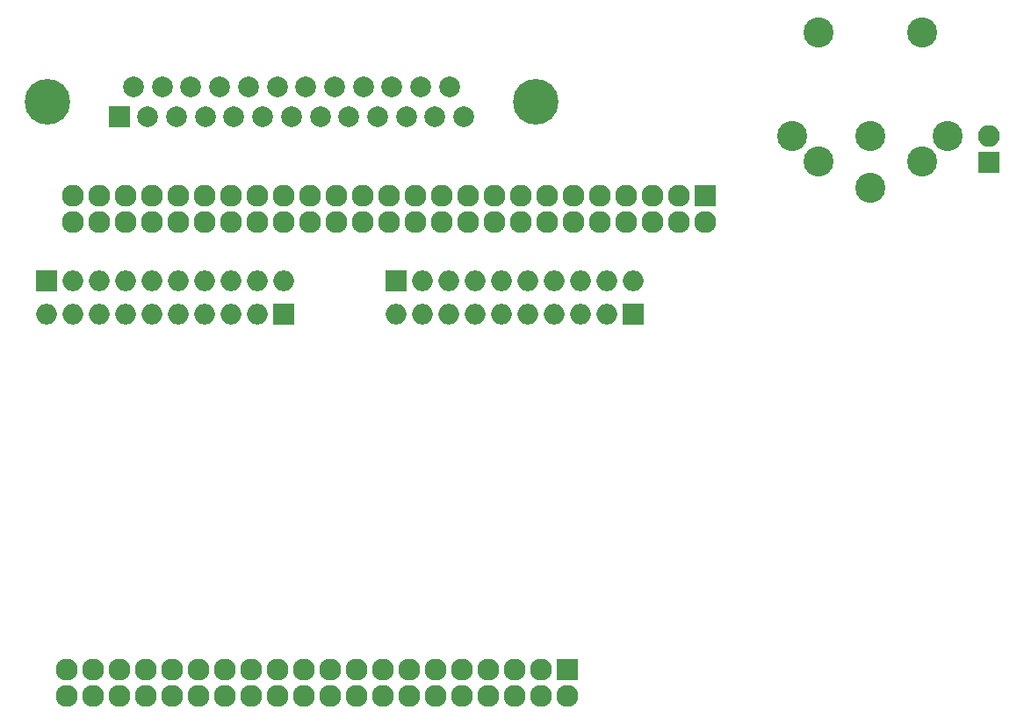
<source format=gbr>
G04 #@! TF.GenerationSoftware,KiCad,Pcbnew,(5.0.0)*
G04 #@! TF.CreationDate,2018-10-09T09:06:12+02:00*
G04 #@! TF.ProjectId,LiberPlayer,4C69626572506C617965722E6B696361,1.0*
G04 #@! TF.SameCoordinates,Original*
G04 #@! TF.FileFunction,Soldermask,Bot*
G04 #@! TF.FilePolarity,Negative*
%FSLAX46Y46*%
G04 Gerber Fmt 4.6, Leading zero omitted, Abs format (unit mm)*
G04 Created by KiCad (PCBNEW (5.0.0)) date 10/09/18 09:06:12*
%MOMM*%
%LPD*%
G01*
G04 APERTURE LIST*
%ADD10C,2.900000*%
%ADD11R,2.100000X2.100000*%
%ADD12O,2.100000X2.100000*%
%ADD13R,2.127200X2.127200*%
%ADD14O,2.127200X2.127200*%
%ADD15R,2.000000X2.000000*%
%ADD16C,2.000000*%
%ADD17C,4.400000*%
%ADD18O,2.000000X2.000000*%
G04 APERTURE END LIST*
D10*
G04 #@! TO.C,J401*
X189785000Y-67430000D03*
X179785000Y-67430000D03*
X177285000Y-77430000D03*
X184785000Y-77430000D03*
X192285000Y-77430000D03*
X189785000Y-79930000D03*
X179785000Y-79930000D03*
X184785000Y-82430000D03*
G04 #@! TD*
D11*
G04 #@! TO.C,J402*
X196215000Y-80010000D03*
D12*
X196215000Y-77470000D03*
G04 #@! TD*
D13*
G04 #@! TO.C,J601*
X168910000Y-83185000D03*
D14*
X168910000Y-85725000D03*
X166370000Y-83185000D03*
X166370000Y-85725000D03*
X163830000Y-83185000D03*
X163830000Y-85725000D03*
X161290000Y-83185000D03*
X161290000Y-85725000D03*
X158750000Y-83185000D03*
X158750000Y-85725000D03*
X156210000Y-83185000D03*
X156210000Y-85725000D03*
X153670000Y-83185000D03*
X153670000Y-85725000D03*
X151130000Y-83185000D03*
X151130000Y-85725000D03*
X148590000Y-83185000D03*
X148590000Y-85725000D03*
X146050000Y-83185000D03*
X146050000Y-85725000D03*
X143510000Y-83185000D03*
X143510000Y-85725000D03*
X140970000Y-83185000D03*
X140970000Y-85725000D03*
X138430000Y-83185000D03*
X138430000Y-85725000D03*
X135890000Y-83185000D03*
X135890000Y-85725000D03*
X133350000Y-83185000D03*
X133350000Y-85725000D03*
X130810000Y-83185000D03*
X130810000Y-85725000D03*
X128270000Y-83185000D03*
X128270000Y-85725000D03*
X125730000Y-83185000D03*
X125730000Y-85725000D03*
X123190000Y-83185000D03*
X123190000Y-85725000D03*
X120650000Y-83185000D03*
X120650000Y-85725000D03*
X118110000Y-83185000D03*
X118110000Y-85725000D03*
X115570000Y-83185000D03*
X115570000Y-85725000D03*
X113030000Y-83185000D03*
X113030000Y-85725000D03*
X110490000Y-83185000D03*
X110490000Y-85725000D03*
X107950000Y-83185000D03*
X107950000Y-85725000D03*
G04 #@! TD*
D15*
G04 #@! TO.C,J701*
X112395000Y-75565000D03*
D16*
X115165000Y-75565000D03*
X117935000Y-75565000D03*
X120705000Y-75565000D03*
X123475000Y-75565000D03*
X126245000Y-75565000D03*
X129015000Y-75565000D03*
X131785000Y-75565000D03*
X134555000Y-75565000D03*
X137325000Y-75565000D03*
X140095000Y-75565000D03*
X142865000Y-75565000D03*
X145635000Y-75565000D03*
X113780000Y-72725000D03*
X116550000Y-72725000D03*
X119320000Y-72725000D03*
X122090000Y-72725000D03*
X124860000Y-72725000D03*
X127630000Y-72725000D03*
X130400000Y-72725000D03*
X133170000Y-72725000D03*
X135940000Y-72725000D03*
X138710000Y-72725000D03*
X141480000Y-72725000D03*
X144250000Y-72725000D03*
D17*
X152565000Y-74145000D03*
X105465000Y-74145000D03*
G04 #@! TD*
D13*
G04 #@! TO.C,JP101*
X155575000Y-128905000D03*
D14*
X155575000Y-131445000D03*
X153035000Y-128905000D03*
X153035000Y-131445000D03*
X150495000Y-128905000D03*
X150495000Y-131445000D03*
X147955000Y-128905000D03*
X147955000Y-131445000D03*
X145415000Y-128905000D03*
X145415000Y-131445000D03*
X142875000Y-128905000D03*
X142875000Y-131445000D03*
X140335000Y-128905000D03*
X140335000Y-131445000D03*
X137795000Y-128905000D03*
X137795000Y-131445000D03*
X135255000Y-128905000D03*
X135255000Y-131445000D03*
X132715000Y-128905000D03*
X132715000Y-131445000D03*
X130175000Y-128905000D03*
X130175000Y-131445000D03*
X127635000Y-128905000D03*
X127635000Y-131445000D03*
X125095000Y-128905000D03*
X125095000Y-131445000D03*
X122555000Y-128905000D03*
X122555000Y-131445000D03*
X120015000Y-128905000D03*
X120015000Y-131445000D03*
X117475000Y-128905000D03*
X117475000Y-131445000D03*
X114935000Y-128905000D03*
X114935000Y-131445000D03*
X112395000Y-128905000D03*
X112395000Y-131445000D03*
X109855000Y-128905000D03*
X109855000Y-131445000D03*
X107315000Y-128905000D03*
X107315000Y-131445000D03*
G04 #@! TD*
D18*
G04 #@! TO.C,RN601*
X139065000Y-94615000D03*
X141605000Y-94615000D03*
X144145000Y-94615000D03*
X146685000Y-94615000D03*
X149225000Y-94615000D03*
X151765000Y-94615000D03*
X154305000Y-94615000D03*
X156845000Y-94615000D03*
X159385000Y-94615000D03*
D15*
X161925000Y-94615000D03*
G04 #@! TD*
G04 #@! TO.C,RN602*
X139065000Y-91440000D03*
D18*
X141605000Y-91440000D03*
X144145000Y-91440000D03*
X146685000Y-91440000D03*
X149225000Y-91440000D03*
X151765000Y-91440000D03*
X154305000Y-91440000D03*
X156845000Y-91440000D03*
X159385000Y-91440000D03*
X161925000Y-91440000D03*
G04 #@! TD*
G04 #@! TO.C,RN603*
X105410000Y-94615000D03*
X107950000Y-94615000D03*
X110490000Y-94615000D03*
X113030000Y-94615000D03*
X115570000Y-94615000D03*
X118110000Y-94615000D03*
X120650000Y-94615000D03*
X123190000Y-94615000D03*
X125730000Y-94615000D03*
D15*
X128270000Y-94615000D03*
G04 #@! TD*
G04 #@! TO.C,RN604*
X105410000Y-91440000D03*
D18*
X107950000Y-91440000D03*
X110490000Y-91440000D03*
X113030000Y-91440000D03*
X115570000Y-91440000D03*
X118110000Y-91440000D03*
X120650000Y-91440000D03*
X123190000Y-91440000D03*
X125730000Y-91440000D03*
X128270000Y-91440000D03*
G04 #@! TD*
M02*

</source>
